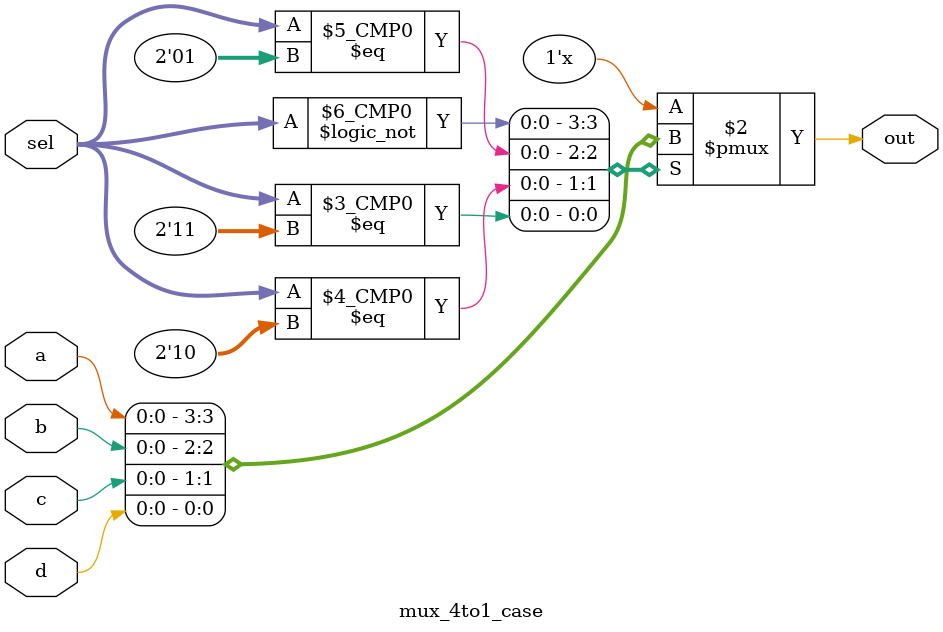
<source format=v>
module mux_4to1_case ( input a, b, c, d, input [1:0] sel, output reg out); 
	always @ (*)
	begin
		case (sel)
		2'b00 : out <= a;
		2'b01 : out <= b;
		2'b10 : out <= c;
		2'b11 : out <= d;
	endcase
	end
endmodule
</source>
